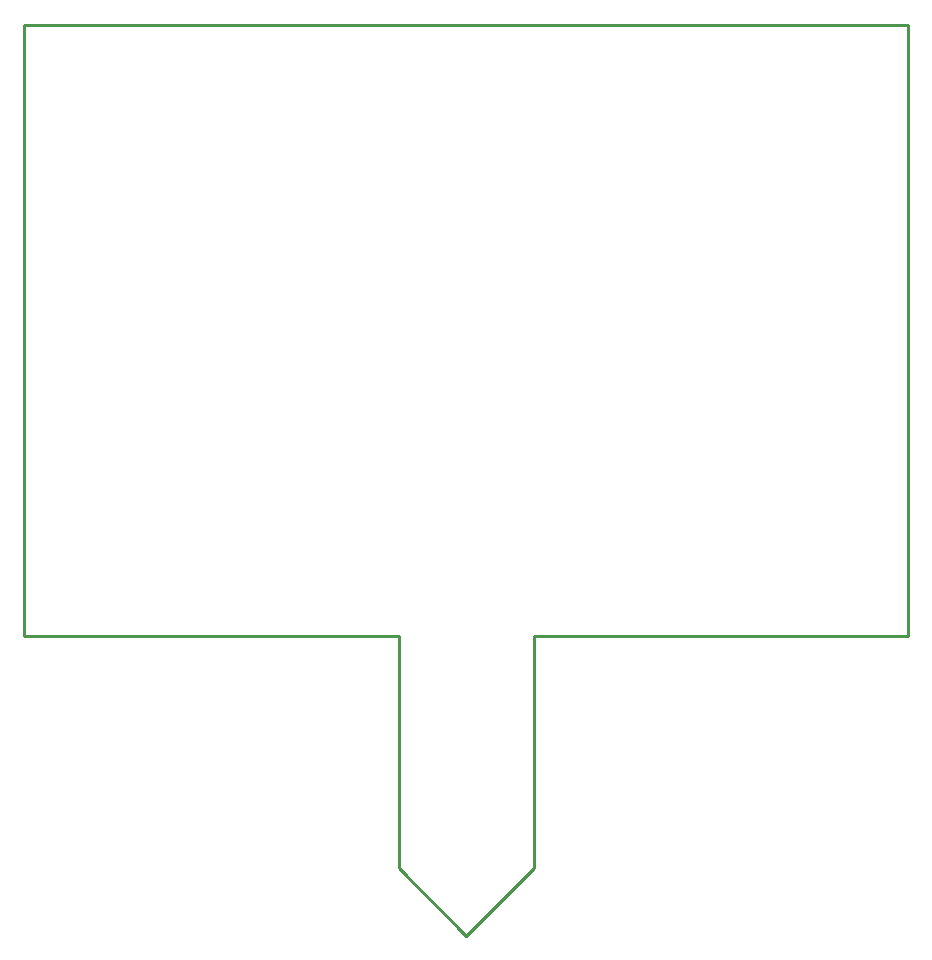
<source format=gbr>
G04 EAGLE Gerber RS-274X export*
G75*
%MOMM*%
%FSLAX34Y34*%
%LPD*%
%IN*%
%IPPOS*%
%AMOC8*
5,1,8,0,0,1.08239X$1,22.5*%
G01*
%ADD10C,0.254000*%


D10*
X0Y0D02*
X317500Y0D01*
X317500Y-196850D01*
X374650Y-254000D01*
X431800Y-196850D01*
X431800Y0D01*
X749100Y0D01*
X749100Y517400D01*
X0Y517400D01*
X0Y0D01*
M02*

</source>
